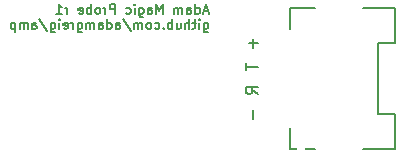
<source format=gbo>
G04 #@! TF.FileFunction,Legend,Bot*
%FSLAX46Y46*%
G04 Gerber Fmt 4.6, Leading zero omitted, Abs format (unit mm)*
G04 Created by KiCad (PCBNEW 0.201512311516+6410~40~ubuntu14.04.1-stable) date Sun 03 Jan 2016 07:22:07 GMT*
%MOMM*%
G01*
G04 APERTURE LIST*
%ADD10C,0.100000*%
%ADD11C,0.150000*%
%ADD12C,1.000000*%
%ADD13O,1.250000X1.000000*%
%ADD14O,1.900000X1.000000*%
%ADD15R,3.800000X1.800000*%
%ADD16C,0.900000*%
%ADD17O,0.900000X1.900000*%
%ADD18R,3.000000X1.000000*%
G04 APERTURE END LIST*
D10*
D11*
X123971429Y-102619048D02*
X123971429Y-103380953D01*
X124352381Y-101309524D02*
X123876190Y-100976190D01*
X124352381Y-100738095D02*
X123352381Y-100738095D01*
X123352381Y-101119048D01*
X123400000Y-101214286D01*
X123447619Y-101261905D01*
X123542857Y-101309524D01*
X123685714Y-101309524D01*
X123780952Y-101261905D01*
X123828571Y-101214286D01*
X123876190Y-101119048D01*
X123876190Y-100738095D01*
X123352381Y-98714286D02*
X123352381Y-99285715D01*
X124352381Y-99000000D02*
X123352381Y-99000000D01*
X120147619Y-94298333D02*
X119766667Y-94298333D01*
X120223810Y-94526905D02*
X119957143Y-93726905D01*
X119690476Y-94526905D01*
X119080953Y-94526905D02*
X119080953Y-93726905D01*
X119080953Y-94488810D02*
X119157143Y-94526905D01*
X119309524Y-94526905D01*
X119385715Y-94488810D01*
X119423810Y-94450714D01*
X119461905Y-94374524D01*
X119461905Y-94145952D01*
X119423810Y-94069762D01*
X119385715Y-94031667D01*
X119309524Y-93993571D01*
X119157143Y-93993571D01*
X119080953Y-94031667D01*
X118357143Y-94526905D02*
X118357143Y-94107857D01*
X118395238Y-94031667D01*
X118471428Y-93993571D01*
X118623809Y-93993571D01*
X118700000Y-94031667D01*
X118357143Y-94488810D02*
X118433333Y-94526905D01*
X118623809Y-94526905D01*
X118700000Y-94488810D01*
X118738095Y-94412619D01*
X118738095Y-94336429D01*
X118700000Y-94260238D01*
X118623809Y-94222143D01*
X118433333Y-94222143D01*
X118357143Y-94184048D01*
X117976190Y-94526905D02*
X117976190Y-93993571D01*
X117976190Y-94069762D02*
X117938095Y-94031667D01*
X117861904Y-93993571D01*
X117747618Y-93993571D01*
X117671428Y-94031667D01*
X117633333Y-94107857D01*
X117633333Y-94526905D01*
X117633333Y-94107857D02*
X117595237Y-94031667D01*
X117519047Y-93993571D01*
X117404761Y-93993571D01*
X117328571Y-94031667D01*
X117290476Y-94107857D01*
X117290476Y-94526905D01*
X116299999Y-94526905D02*
X116299999Y-93726905D01*
X116033332Y-94298333D01*
X115766665Y-93726905D01*
X115766665Y-94526905D01*
X115042856Y-94526905D02*
X115042856Y-94107857D01*
X115080951Y-94031667D01*
X115157141Y-93993571D01*
X115309522Y-93993571D01*
X115385713Y-94031667D01*
X115042856Y-94488810D02*
X115119046Y-94526905D01*
X115309522Y-94526905D01*
X115385713Y-94488810D01*
X115423808Y-94412619D01*
X115423808Y-94336429D01*
X115385713Y-94260238D01*
X115309522Y-94222143D01*
X115119046Y-94222143D01*
X115042856Y-94184048D01*
X114319046Y-93993571D02*
X114319046Y-94641190D01*
X114357141Y-94717381D01*
X114395236Y-94755476D01*
X114471427Y-94793571D01*
X114585712Y-94793571D01*
X114661903Y-94755476D01*
X114319046Y-94488810D02*
X114395236Y-94526905D01*
X114547617Y-94526905D01*
X114623808Y-94488810D01*
X114661903Y-94450714D01*
X114699998Y-94374524D01*
X114699998Y-94145952D01*
X114661903Y-94069762D01*
X114623808Y-94031667D01*
X114547617Y-93993571D01*
X114395236Y-93993571D01*
X114319046Y-94031667D01*
X113938093Y-94526905D02*
X113938093Y-93993571D01*
X113938093Y-93726905D02*
X113976188Y-93765000D01*
X113938093Y-93803095D01*
X113899998Y-93765000D01*
X113938093Y-93726905D01*
X113938093Y-93803095D01*
X113214284Y-94488810D02*
X113290474Y-94526905D01*
X113442855Y-94526905D01*
X113519046Y-94488810D01*
X113557141Y-94450714D01*
X113595236Y-94374524D01*
X113595236Y-94145952D01*
X113557141Y-94069762D01*
X113519046Y-94031667D01*
X113442855Y-93993571D01*
X113290474Y-93993571D01*
X113214284Y-94031667D01*
X112261903Y-94526905D02*
X112261903Y-93726905D01*
X111957141Y-93726905D01*
X111880950Y-93765000D01*
X111842855Y-93803095D01*
X111804760Y-93879286D01*
X111804760Y-93993571D01*
X111842855Y-94069762D01*
X111880950Y-94107857D01*
X111957141Y-94145952D01*
X112261903Y-94145952D01*
X111461903Y-94526905D02*
X111461903Y-93993571D01*
X111461903Y-94145952D02*
X111423808Y-94069762D01*
X111385712Y-94031667D01*
X111309522Y-93993571D01*
X111233331Y-93993571D01*
X110852379Y-94526905D02*
X110928570Y-94488810D01*
X110966665Y-94450714D01*
X111004760Y-94374524D01*
X111004760Y-94145952D01*
X110966665Y-94069762D01*
X110928570Y-94031667D01*
X110852379Y-93993571D01*
X110738093Y-93993571D01*
X110661903Y-94031667D01*
X110623808Y-94069762D01*
X110585712Y-94145952D01*
X110585712Y-94374524D01*
X110623808Y-94450714D01*
X110661903Y-94488810D01*
X110738093Y-94526905D01*
X110852379Y-94526905D01*
X110242855Y-94526905D02*
X110242855Y-93726905D01*
X110242855Y-94031667D02*
X110166664Y-93993571D01*
X110014283Y-93993571D01*
X109938093Y-94031667D01*
X109899998Y-94069762D01*
X109861902Y-94145952D01*
X109861902Y-94374524D01*
X109899998Y-94450714D01*
X109938093Y-94488810D01*
X110014283Y-94526905D01*
X110166664Y-94526905D01*
X110242855Y-94488810D01*
X109214283Y-94488810D02*
X109290473Y-94526905D01*
X109442854Y-94526905D01*
X109519045Y-94488810D01*
X109557140Y-94412619D01*
X109557140Y-94107857D01*
X109519045Y-94031667D01*
X109442854Y-93993571D01*
X109290473Y-93993571D01*
X109214283Y-94031667D01*
X109176188Y-94107857D01*
X109176188Y-94184048D01*
X109557140Y-94260238D01*
X108223807Y-94526905D02*
X108223807Y-93993571D01*
X108223807Y-94145952D02*
X108185712Y-94069762D01*
X108147616Y-94031667D01*
X108071426Y-93993571D01*
X107995235Y-93993571D01*
X107309521Y-94526905D02*
X107766664Y-94526905D01*
X107538093Y-94526905D02*
X107538093Y-93726905D01*
X107614283Y-93841190D01*
X107690474Y-93917381D01*
X107766664Y-93955476D01*
X119766667Y-95263571D02*
X119766667Y-95911190D01*
X119804762Y-95987381D01*
X119842857Y-96025476D01*
X119919048Y-96063571D01*
X120033333Y-96063571D01*
X120109524Y-96025476D01*
X119766667Y-95758810D02*
X119842857Y-95796905D01*
X119995238Y-95796905D01*
X120071429Y-95758810D01*
X120109524Y-95720714D01*
X120147619Y-95644524D01*
X120147619Y-95415952D01*
X120109524Y-95339762D01*
X120071429Y-95301667D01*
X119995238Y-95263571D01*
X119842857Y-95263571D01*
X119766667Y-95301667D01*
X119385714Y-95796905D02*
X119385714Y-95263571D01*
X119385714Y-94996905D02*
X119423809Y-95035000D01*
X119385714Y-95073095D01*
X119347619Y-95035000D01*
X119385714Y-94996905D01*
X119385714Y-95073095D01*
X119119048Y-95263571D02*
X118814286Y-95263571D01*
X119004762Y-94996905D02*
X119004762Y-95682619D01*
X118966667Y-95758810D01*
X118890476Y-95796905D01*
X118814286Y-95796905D01*
X118547619Y-95796905D02*
X118547619Y-94996905D01*
X118204762Y-95796905D02*
X118204762Y-95377857D01*
X118242857Y-95301667D01*
X118319047Y-95263571D01*
X118433333Y-95263571D01*
X118509524Y-95301667D01*
X118547619Y-95339762D01*
X117480952Y-95263571D02*
X117480952Y-95796905D01*
X117823809Y-95263571D02*
X117823809Y-95682619D01*
X117785714Y-95758810D01*
X117709523Y-95796905D01*
X117595237Y-95796905D01*
X117519047Y-95758810D01*
X117480952Y-95720714D01*
X117099999Y-95796905D02*
X117099999Y-94996905D01*
X117099999Y-95301667D02*
X117023808Y-95263571D01*
X116871427Y-95263571D01*
X116795237Y-95301667D01*
X116757142Y-95339762D01*
X116719046Y-95415952D01*
X116719046Y-95644524D01*
X116757142Y-95720714D01*
X116795237Y-95758810D01*
X116871427Y-95796905D01*
X117023808Y-95796905D01*
X117099999Y-95758810D01*
X116376189Y-95720714D02*
X116338094Y-95758810D01*
X116376189Y-95796905D01*
X116414284Y-95758810D01*
X116376189Y-95720714D01*
X116376189Y-95796905D01*
X115652380Y-95758810D02*
X115728570Y-95796905D01*
X115880951Y-95796905D01*
X115957142Y-95758810D01*
X115995237Y-95720714D01*
X116033332Y-95644524D01*
X116033332Y-95415952D01*
X115995237Y-95339762D01*
X115957142Y-95301667D01*
X115880951Y-95263571D01*
X115728570Y-95263571D01*
X115652380Y-95301667D01*
X115195237Y-95796905D02*
X115271428Y-95758810D01*
X115309523Y-95720714D01*
X115347618Y-95644524D01*
X115347618Y-95415952D01*
X115309523Y-95339762D01*
X115271428Y-95301667D01*
X115195237Y-95263571D01*
X115080951Y-95263571D01*
X115004761Y-95301667D01*
X114966666Y-95339762D01*
X114928570Y-95415952D01*
X114928570Y-95644524D01*
X114966666Y-95720714D01*
X115004761Y-95758810D01*
X115080951Y-95796905D01*
X115195237Y-95796905D01*
X114585713Y-95796905D02*
X114585713Y-95263571D01*
X114585713Y-95339762D02*
X114547618Y-95301667D01*
X114471427Y-95263571D01*
X114357141Y-95263571D01*
X114280951Y-95301667D01*
X114242856Y-95377857D01*
X114242856Y-95796905D01*
X114242856Y-95377857D02*
X114204760Y-95301667D01*
X114128570Y-95263571D01*
X114014284Y-95263571D01*
X113938094Y-95301667D01*
X113899999Y-95377857D01*
X113899999Y-95796905D01*
X112947617Y-94958810D02*
X113633332Y-95987381D01*
X112338094Y-95796905D02*
X112338094Y-95377857D01*
X112376189Y-95301667D01*
X112452379Y-95263571D01*
X112604760Y-95263571D01*
X112680951Y-95301667D01*
X112338094Y-95758810D02*
X112414284Y-95796905D01*
X112604760Y-95796905D01*
X112680951Y-95758810D01*
X112719046Y-95682619D01*
X112719046Y-95606429D01*
X112680951Y-95530238D01*
X112604760Y-95492143D01*
X112414284Y-95492143D01*
X112338094Y-95454048D01*
X111614284Y-95796905D02*
X111614284Y-94996905D01*
X111614284Y-95758810D02*
X111690474Y-95796905D01*
X111842855Y-95796905D01*
X111919046Y-95758810D01*
X111957141Y-95720714D01*
X111995236Y-95644524D01*
X111995236Y-95415952D01*
X111957141Y-95339762D01*
X111919046Y-95301667D01*
X111842855Y-95263571D01*
X111690474Y-95263571D01*
X111614284Y-95301667D01*
X110890474Y-95796905D02*
X110890474Y-95377857D01*
X110928569Y-95301667D01*
X111004759Y-95263571D01*
X111157140Y-95263571D01*
X111233331Y-95301667D01*
X110890474Y-95758810D02*
X110966664Y-95796905D01*
X111157140Y-95796905D01*
X111233331Y-95758810D01*
X111271426Y-95682619D01*
X111271426Y-95606429D01*
X111233331Y-95530238D01*
X111157140Y-95492143D01*
X110966664Y-95492143D01*
X110890474Y-95454048D01*
X110509521Y-95796905D02*
X110509521Y-95263571D01*
X110509521Y-95339762D02*
X110471426Y-95301667D01*
X110395235Y-95263571D01*
X110280949Y-95263571D01*
X110204759Y-95301667D01*
X110166664Y-95377857D01*
X110166664Y-95796905D01*
X110166664Y-95377857D02*
X110128568Y-95301667D01*
X110052378Y-95263571D01*
X109938092Y-95263571D01*
X109861902Y-95301667D01*
X109823807Y-95377857D01*
X109823807Y-95796905D01*
X109099997Y-95263571D02*
X109099997Y-95911190D01*
X109138092Y-95987381D01*
X109176187Y-96025476D01*
X109252378Y-96063571D01*
X109366663Y-96063571D01*
X109442854Y-96025476D01*
X109099997Y-95758810D02*
X109176187Y-95796905D01*
X109328568Y-95796905D01*
X109404759Y-95758810D01*
X109442854Y-95720714D01*
X109480949Y-95644524D01*
X109480949Y-95415952D01*
X109442854Y-95339762D01*
X109404759Y-95301667D01*
X109328568Y-95263571D01*
X109176187Y-95263571D01*
X109099997Y-95301667D01*
X108719044Y-95796905D02*
X108719044Y-95263571D01*
X108719044Y-95415952D02*
X108680949Y-95339762D01*
X108642853Y-95301667D01*
X108566663Y-95263571D01*
X108490472Y-95263571D01*
X107919044Y-95758810D02*
X107995234Y-95796905D01*
X108147615Y-95796905D01*
X108223806Y-95758810D01*
X108261901Y-95682619D01*
X108261901Y-95377857D01*
X108223806Y-95301667D01*
X108147615Y-95263571D01*
X107995234Y-95263571D01*
X107919044Y-95301667D01*
X107880949Y-95377857D01*
X107880949Y-95454048D01*
X108261901Y-95530238D01*
X107538092Y-95796905D02*
X107538092Y-95263571D01*
X107538092Y-94996905D02*
X107576187Y-95035000D01*
X107538092Y-95073095D01*
X107499997Y-95035000D01*
X107538092Y-94996905D01*
X107538092Y-95073095D01*
X106814283Y-95263571D02*
X106814283Y-95911190D01*
X106852378Y-95987381D01*
X106890473Y-96025476D01*
X106966664Y-96063571D01*
X107080949Y-96063571D01*
X107157140Y-96025476D01*
X106814283Y-95758810D02*
X106890473Y-95796905D01*
X107042854Y-95796905D01*
X107119045Y-95758810D01*
X107157140Y-95720714D01*
X107195235Y-95644524D01*
X107195235Y-95415952D01*
X107157140Y-95339762D01*
X107119045Y-95301667D01*
X107042854Y-95263571D01*
X106890473Y-95263571D01*
X106814283Y-95301667D01*
X105861901Y-94958810D02*
X106547616Y-95987381D01*
X105252378Y-95796905D02*
X105252378Y-95377857D01*
X105290473Y-95301667D01*
X105366663Y-95263571D01*
X105519044Y-95263571D01*
X105595235Y-95301667D01*
X105252378Y-95758810D02*
X105328568Y-95796905D01*
X105519044Y-95796905D01*
X105595235Y-95758810D01*
X105633330Y-95682619D01*
X105633330Y-95606429D01*
X105595235Y-95530238D01*
X105519044Y-95492143D01*
X105328568Y-95492143D01*
X105252378Y-95454048D01*
X104871425Y-95796905D02*
X104871425Y-95263571D01*
X104871425Y-95339762D02*
X104833330Y-95301667D01*
X104757139Y-95263571D01*
X104642853Y-95263571D01*
X104566663Y-95301667D01*
X104528568Y-95377857D01*
X104528568Y-95796905D01*
X104528568Y-95377857D02*
X104490472Y-95301667D01*
X104414282Y-95263571D01*
X104299996Y-95263571D01*
X104223806Y-95301667D01*
X104185711Y-95377857D01*
X104185711Y-95796905D01*
X103804758Y-95263571D02*
X103804758Y-96063571D01*
X103804758Y-95301667D02*
X103728567Y-95263571D01*
X103576186Y-95263571D01*
X103499996Y-95301667D01*
X103461901Y-95339762D01*
X103423805Y-95415952D01*
X103423805Y-95644524D01*
X103461901Y-95720714D01*
X103499996Y-95758810D01*
X103576186Y-95796905D01*
X103728567Y-95796905D01*
X103804758Y-95758810D01*
X123971429Y-96619048D02*
X123971429Y-97380953D01*
X124352381Y-97000001D02*
X123590476Y-97000001D01*
X135950000Y-106000000D02*
X135950000Y-103000000D01*
X135950000Y-103000000D02*
X134550000Y-103000000D01*
X134550000Y-103000000D02*
X134550000Y-97000000D01*
X134550000Y-97000000D02*
X135950000Y-97000000D01*
X135950000Y-97000000D02*
X135950000Y-94000000D01*
X135950000Y-94000000D02*
X133300000Y-94000000D01*
X135950000Y-106000000D02*
X133300000Y-106000000D01*
X127050000Y-94000000D02*
X129200000Y-94000000D01*
X127050000Y-94000000D02*
X127050000Y-95800000D01*
X127050000Y-106000000D02*
X129200000Y-106000000D01*
X127050000Y-106000000D02*
X127050000Y-104200000D01*
%LPC*%
D12*
X107635000Y-101210000D03*
X106619000Y-106290000D03*
X108651000Y-106290000D03*
D13*
X104450000Y-102215000D03*
X104450000Y-97765000D03*
D14*
X101450000Y-104165000D03*
X101450000Y-95815000D03*
D15*
X131250000Y-94650000D03*
X131250000Y-105350000D03*
D16*
X128000000Y-94800000D03*
D17*
X128000000Y-105200000D03*
D18*
X126650000Y-97000000D03*
X126650000Y-99000000D03*
X126650000Y-101000000D03*
X126650000Y-103000000D03*
M02*

</source>
